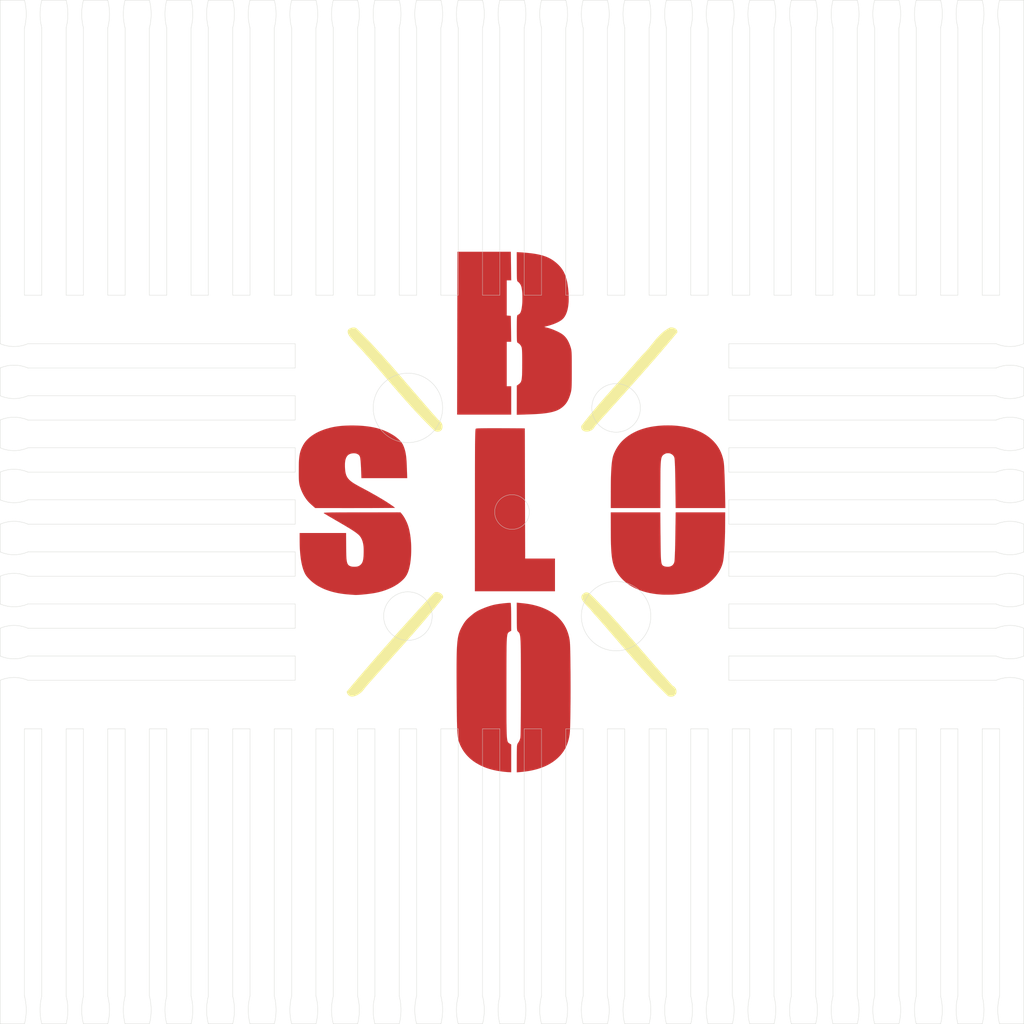
<source format=kicad_pcb>
(kicad_pcb (version 20221018) (generator pcbnew)
  (title_block (date "2023-10-10"))
  (layers (0 "F.Cu" signal) (31 "B.Cu" signal) (34 "B.Paste" user) (35 "F.Paste" user) (36 "B.SilkS" user "B.Silkscreen") (37 "F.SilkS" user "F.Silkscreen") (38 "B.Mask" user) (39 "F.Mask" user) (44 "Edge.Cuts" user))
  (net 0 "")
  (footprint "SloBloFP:SloBloLogo_123x150" (layer "F.Cu") (at 285 200)
    (fp_text reference "Ref**" hide)
    (fp_text value "Val**" hide)
  )
  (gr_line (start 420.5 137.5) (end 425.5 137.5) (stroke (width 0.1)) (layer "Edge.Cuts"))
  (gr_arc (start 228.5 52.5) (mid 229 57) (end 228.5 60.5) (stroke (width 0.1)) (layer "Edge.Cuts"))
  (gr_line (start 145.5 158.5) (end 222.5 158.5) (stroke (width 0.1)) (layer "Edge.Cuts"))
  (gr_line (start 432.5 173.5) (end 432.5 181.5) (stroke (width 0.1)) (layer "Edge.Cuts"))
  (gr_arc (start 432.5 226.5) (mid 428 227.3) (end 424.5 226.5) (stroke (width 0.1)) (layer "Edge.Cuts"))
  (gr_arc (start 144.5 339.5) (mid 145 343) (end 144.5 347.5) (stroke (width 0.1)) (layer "Edge.Cuts"))
  (gr_line (start 365.5 52.5) (end 372.5 52.5) (stroke (width 0.1)) (layer "Edge.Cuts"))
  (gr_arc (start 425.5 60.5) (mid 425 57) (end 425.5 52.5) (stroke (width 0.1)) (layer "Edge.Cuts"))
  (gr_line (start 222.5 188.5) (end 222.5 181.5) (stroke (width 0.1)) (layer "Edge.Cuts"))
  (gr_arc (start 317.5 60.5) (mid 317 57) (end 317.5 52.5) (stroke (width 0.1)) (layer "Edge.Cuts"))
  (gr_line (start 173.5 262.5) (end 168.5 262.5) (stroke (width 0.1)) (layer "Edge.Cuts"))
  (gr_arc (start 425.5 347.5) (mid 425 343) (end 425.5 339.5) (stroke (width 0.1)) (layer "Edge.Cuts"))
  (gr_line (start 317.5 52.5) (end 324.5 52.5) (stroke (width 0.1)) (layer "Edge.Cuts"))
  (gr_line (start 222.5 211.5) (end 145.5 211.5) (stroke (width 0.1)) (layer "Edge.Cuts"))
  (gr_line (start 348.5 60.5) (end 348.5 137.5) (stroke (width 0.1)) (layer "Edge.Cuts"))
  (gr_line (start 145.5 173.5) (end 222.5 173.5) (stroke (width 0.1)) (layer "Edge.Cuts"))
  (gr_line (start 396.5 60.5) (end 396.5 137.5) (stroke (width 0.1)) (layer "Edge.Cuts"))
  (gr_arc (start 269.5 60.5) (mid 269 57) (end 269.5 52.5) (stroke (width 0.1)) (layer "Edge.Cuts"))
  (gr_arc (start 336.5 52.5) (mid 337 57) (end 336.5 60.5) (stroke (width 0.1)) (layer "Edge.Cuts"))
  (gr_line (start 341.5 52.5) (end 348.5 52.5) (stroke (width 0.1)) (layer "Edge.Cuts"))
  (gr_line (start 377.5 339.5) (end 377.5 262.5) (stroke (width 0.1)) (layer "Edge.Cuts"))
  (gr_line (start 221.5 339.5) (end 221.5 262.5) (stroke (width 0.1)) (layer "Edge.Cuts"))
  (gr_line (start 341.5 262.5) (end 336.5 262.5) (stroke (width 0.1)) (layer "Edge.Cuts"))
  (gr_circle (center 285 200) (end 290 200) (stroke (width 0.1)) (fill none) (layer "Edge.Cuts"))
  (gr_line (start 240.5 137.5) (end 245.5 137.5) (stroke (width 0.1)) (layer "Edge.Cuts"))
  (gr_line (start 353.5 137.5) (end 353.5 60.5) (stroke (width 0.1)) (layer "Edge.Cuts"))
  (gr_arc (start 288.5 52.5) (mid 289 57) (end 288.5 60.5) (stroke (width 0.1)) (layer "Edge.Cuts"))
  (gr_arc (start 372.5 52.5) (mid 373 57) (end 372.5 60.5) (stroke (width 0.1)) (layer "Edge.Cuts"))
  (gr_arc (start 348.5 52.5) (mid 349 57) (end 348.5 60.5) (stroke (width 0.1)) (layer "Edge.Cuts"))
  (gr_arc (start 137.5 218.5) (mid 142 217.7) (end 145.5 218.5) (stroke (width 0.1)) (layer "Edge.Cuts"))
  (gr_arc (start 336.5 339.5) (mid 337 343) (end 336.5 347.5) (stroke (width 0.1)) (layer "Edge.Cuts"))
  (gr_line (start 209.5 137.5) (end 209.5 60.5) (stroke (width 0.1)) (layer "Edge.Cuts"))
  (gr_line (start 396.5 137.5) (end 401.5 137.5) (stroke (width 0.1)) (layer "Edge.Cuts"))
  (gr_line (start 144.5 137.5) (end 149.5 137.5) (stroke (width 0.1)) (layer "Edge.Cuts"))
  (gr_line (start 425.5 339.5) (end 425.5 262.5) (stroke (width 0.1)) (layer "Edge.Cuts"))
  (gr_arc (start 329.5 60.5) (mid 329 57) (end 329.5 52.5) (stroke (width 0.1)) (layer "Edge.Cuts"))
  (gr_line (start 336.5 262.5) (end 336.5 339.5) (stroke (width 0.1)) (layer "Edge.Cuts"))
  (gr_line (start 137.5 241.5) (end 137.5 233.5) (stroke (width 0.1)) (layer "Edge.Cuts"))
  (gr_arc (start 145.5 181.5) (mid 142 182.3) (end 137.5 181.5) (stroke (width 0.1)) (layer "Edge.Cuts"))
  (gr_line (start 372.5 262.5) (end 372.5 339.5) (stroke (width 0.1)) (layer "Edge.Cuts"))
  (gr_line (start 384.5 60.5) (end 384.5 137.5) (stroke (width 0.1)) (layer "Edge.Cuts"))
  (gr_line (start 264.5 347.5) (end 257.5 347.5) (stroke (width 0.1)) (layer "Edge.Cuts"))
  (gr_line (start 156.5 347.5) (end 149.5 347.5) (stroke (width 0.1)) (layer "Edge.Cuts"))
  (gr_line (start 317.5 137.5) (end 317.5 60.5) (stroke (width 0.1)) (layer "Edge.Cuts"))
  (gr_line (start 312.5 137.5) (end 317.5 137.5) (stroke (width 0.1)) (layer "Edge.Cuts"))
  (gr_arc (start 264.5 52.5) (mid 265 57) (end 264.5 60.5) (stroke (width 0.1)) (layer "Edge.Cuts"))
  (gr_line (start 156.5 262.5) (end 156.5 339.5) (stroke (width 0.1)) (layer "Edge.Cuts"))
  (gr_line (start 197.5 52.5) (end 204.5 52.5) (stroke (width 0.1)) (layer "Edge.Cuts"))
  (gr_line (start 222.5 248.5) (end 222.5 241.5) (stroke (width 0.1)) (layer "Edge.Cuts"))
  (gr_line (start 360.5 60.5) (end 360.5 137.5) (stroke (width 0.1)) (layer "Edge.Cuts"))
  (gr_arc (start 221.5 347.5) (mid 221 343) (end 221.5 339.5) (stroke (width 0.1)) (layer "Edge.Cuts"))
  (gr_arc (start 257.5 347.5) (mid 257 343) (end 257.5 339.5) (stroke (width 0.1)) (layer "Edge.Cuts"))
  (gr_line (start 324.5 60.5) (end 324.5 137.5) (stroke (width 0.1)) (layer "Edge.Cuts"))
  (gr_arc (start 432.5 211.5) (mid 428 212.3) (end 424.5 211.5) (stroke (width 0.1)) (layer "Edge.Cuts"))
  (gr_arc (start 216.5 52.5) (mid 217 57) (end 216.5 60.5) (stroke (width 0.1)) (layer "Edge.Cuts"))
  (gr_line (start 144.5 347.5) (end 137.5 347.5) (stroke (width 0.1)) (layer "Edge.Cuts"))
  (gr_line (start 222.5 166.5) (end 145.5 166.5) (stroke (width 0.1)) (layer "Edge.Cuts"))
  (gr_arc (start 348.5 339.5) (mid 349 343) (end 348.5 347.5) (stroke (width 0.1)) (layer "Edge.Cuts"))
  (gr_arc (start 145.5 211.5) (mid 142 212.3) (end 137.5 211.5) (stroke (width 0.1)) (layer "Edge.Cuts"))
  (gr_line (start 161.5 137.5) (end 161.5 60.5) (stroke (width 0.1)) (layer "Edge.Cuts"))
  (gr_arc (start 305.5 60.5) (mid 305 57) (end 305.5 52.5) (stroke (width 0.1)) (layer "Edge.Cuts"))
  (gr_line (start 252.5 60.5) (end 252.5 137.5) (stroke (width 0.1)) (layer "Edge.Cuts"))
  (gr_line (start 360.5 262.5) (end 360.5 339.5) (stroke (width 0.1)) (layer "Edge.Cuts"))
  (gr_arc (start 353.5 347.5) (mid 353 343) (end 353.5 339.5) (stroke (width 0.1)) (layer "Edge.Cuts"))
  (gr_line (start 425.5 262.5) (end 420.5 262.5) (stroke (width 0.1)) (layer "Edge.Cuts"))
  (gr_line (start 353.5 339.5) (end 353.5 262.5) (stroke (width 0.1)) (layer "Edge.Cuts"))
  (gr_line (start 192.5 137.5) (end 197.5 137.5) (stroke (width 0.1)) (layer "Edge.Cuts"))
  (gr_line (start 432.5 256.5) (end 432.5 347.5) (stroke (width 0.1)) (layer "Edge.Cuts"))
  (gr_line (start 216.5 60.5) (end 216.5 137.5) (stroke (width 0.1)) (layer "Edge.Cuts"))
  (gr_arc (start 384.5 52.5) (mid 385 57) (end 384.5 60.5) (stroke (width 0.1)) (layer "Edge.Cuts"))
  (gr_line (start 347.5 181.5) (end 347.5 188.5) (stroke (width 0.1)) (layer "Edge.Cuts"))
  (gr_arc (start 377.5 60.5) (mid 377 57) (end 377.5 52.5) (stroke (width 0.1)) (layer "Edge.Cuts"))
  (gr_line (start 222.5 233.5) (end 222.5 226.5) (stroke (width 0.1)) (layer "Edge.Cuts"))
  (gr_line (start 257.5 137.5) (end 257.5 60.5) (stroke (width 0.1)) (layer "Edge.Cuts"))
  (gr_line (start 408.5 60.5) (end 408.5 137.5) (stroke (width 0.1)) (layer "Edge.Cuts"))
  (gr_line (start 281.5 52.5) (end 288.5 52.5) (stroke (width 0.1)) (layer "Edge.Cuts"))
  (gr_line (start 413.5 137.5) (end 413.5 60.5) (stroke (width 0.1)) (layer "Edge.Cuts"))
  (gr_circle (center 315 170) (end 322 170) (stroke (width 0.1)) (fill none) (layer "Edge.Cuts"))
  (gr_arc (start 209.5 347.5) (mid 209 343) (end 209.5 339.5) (stroke (width 0.1)) (layer "Edge.Cuts"))
  (gr_line (start 264.5 137.5) (end 269.5 137.5) (stroke (width 0.1)) (layer "Edge.Cuts"))
  (gr_arc (start 389.5 347.5) (mid 389 343) (end 389.5 339.5) (stroke (width 0.1)) (layer "Edge.Cuts"))
  (gr_arc (start 424.5 248.5) (mid 428 247.7) (end 432.5 248.5) (stroke (width 0.1)) (layer "Edge.Cuts"))
  (gr_line (start 288.5 347.5) (end 281.5 347.5) (stroke (width 0.1)) (layer "Edge.Cuts"))
  (gr_line (start 240.5 262.5) (end 240.5 339.5) (stroke (width 0.1)) (layer "Edge.Cuts"))
  (gr_line (start 401.5 137.5) (end 401.5 60.5) (stroke (width 0.1)) (layer "Edge.Cuts"))
  (gr_line (start 365.5 137.5) (end 365.5 60.5) (stroke (width 0.1)) (layer "Edge.Cuts"))
  (gr_arc (start 156.5 339.5) (mid 157 343) (end 156.5 347.5) (stroke (width 0.1)) (layer "Edge.Cuts"))
  (gr_arc (start 432.5 151.5) (mid 428 152.3) (end 424.5 151.5) (stroke (width 0.1)) (layer "Edge.Cuts"))
  (gr_arc (start 424.5 188.5) (mid 428 187.7) (end 432.5 188.5) (stroke (width 0.1)) (layer "Edge.Cuts"))
  (gr_line (start 257.5 52.5) (end 264.5 52.5) (stroke (width 0.1)) (layer "Edge.Cuts"))
  (gr_arc (start 424.5 158.5) (mid 428 157.7) (end 432.5 158.5) (stroke (width 0.1)) (layer "Edge.Cuts"))
  (gr_line (start 281.5 339.5) (end 281.5 262.5) (stroke (width 0.1)) (layer "Edge.Cuts"))
  (gr_line (start 145.5 203.5) (end 222.5 203.5) (stroke (width 0.1)) (layer "Edge.Cuts"))
  (gr_line (start 145.5 188.5) (end 222.5 188.5) (stroke (width 0.1)) (layer "Edge.Cuts"))
  (gr_line (start 408.5 137.5) (end 413.5 137.5) (stroke (width 0.1)) (layer "Edge.Cuts"))
  (gr_line (start 347.5 173.5) (end 424.5 173.5) (stroke (width 0.1)) (layer "Edge.Cuts"))
  (gr_line (start 377.5 262.5) (end 372.5 262.5) (stroke (width 0.1)) (layer "Edge.Cuts"))
  (gr_line (start 222.5 226.5) (end 145.5 226.5) (stroke (width 0.1)) (layer "Edge.Cuts"))
  (gr_line (start 168.5 137.5) (end 173.5 137.5) (stroke (width 0.1)) (layer "Edge.Cuts"))
  (gr_arc (start 293.5 60.5) (mid 293 57) (end 293.5 52.5) (stroke (width 0.1)) (layer "Edge.Cuts"))
  (gr_line (start 377.5 52.5) (end 384.5 52.5) (stroke (width 0.1)) (layer "Edge.Cuts"))
  (gr_arc (start 329.5 347.5) (mid 329 343) (end 329.5 339.5) (stroke (width 0.1)) (layer "Edge.Cuts"))
  (gr_line (start 329.5 52.5) (end 336.5 52.5) (stroke (width 0.1)) (layer "Edge.Cuts"))
  (gr_line (start 145.5 248.5) (end 222.5 248.5) (stroke (width 0.1)) (layer "Edge.Cuts"))
  (gr_line (start 389.5 137.5) (end 389.5 60.5) (stroke (width 0.1)) (layer "Edge.Cuts"))
  (gr_line (start 209.5 52.5) (end 216.5 52.5) (stroke (width 0.1)) (layer "Edge.Cuts"))
  (gr_line (start 168.5 262.5) (end 168.5 339.5) (stroke (width 0.1)) (layer "Edge.Cuts"))
  (gr_arc (start 173.5 347.5) (mid 173 343) (end 173.5 339.5) (stroke (width 0.1)) (layer "Edge.Cuts"))
  (gr_line (start 305.5 262.5) (end 300.5 262.5) (stroke (width 0.1)) (layer "Edge.Cuts"))
  (gr_line (start 300.5 262.5) (end 300.5 339.5) (stroke (width 0.1)) (layer "Edge.Cuts"))
  (gr_line (start 300.5 137.5) (end 305.5 137.5) (stroke (width 0.1)) (layer "Edge.Cuts"))
  (gr_line (start 276.5 347.5) (end 269.5 347.5) (stroke (width 0.1)) (layer "Edge.Cuts"))
  (gr_arc (start 137.5 188.5) (mid 142 187.7) (end 145.5 188.5) (stroke (width 0.1)) (layer "Edge.Cuts"))
  (gr_line (start 432.5 158.5) (end 432.5 166.5) (stroke (width 0.1)) (layer "Edge.Cuts"))
  (gr_line (start 276.5 262.5) (end 276.5 339.5) (stroke (width 0.1)) (layer "Edge.Cuts"))
  (gr_line (start 173.5 52.5) (end 180.5 52.5) (stroke (width 0.1)) (layer "Edge.Cuts"))
  (gr_line (start 149.5 137.5) (end 149.5 60.5) (stroke (width 0.1)) (layer "Edge.Cuts"))
  (gr_line (start 293.5 52.5) (end 300.5 52.5) (stroke (width 0.1)) (layer "Edge.Cuts"))
  (gr_line (start 269.5 137.5) (end 269.5 60.5) (stroke (width 0.1)) (layer "Edge.Cuts"))
  (gr_line (start 365.5 262.5) (end 360.5 262.5) (stroke (width 0.1)) (layer "Edge.Cuts"))
  (gr_arc (start 276.5 52.5) (mid 277 57) (end 276.5 60.5) (stroke (width 0.1)) (layer "Edge.Cuts"))
  (gr_line (start 288.5 60.5) (end 288.5 137.5) (stroke (width 0.1)) (layer "Edge.Cuts"))
  (gr_arc (start 245.5 347.5) (mid 245 343) (end 245.5 339.5) (stroke (width 0.1)) (layer "Edge.Cuts"))
  (gr_line (start 145.5 218.5) (end 222.5 218.5) (stroke (width 0.1)) (layer "Edge.Cuts"))
  (gr_arc (start 145.5 151.5) (mid 142 152.3) (end 137.5 151.5) (stroke (width 0.1)) (layer "Edge.Cuts"))
  (gr_arc (start 384.5 339.5) (mid 385 343) (end 384.5 347.5) (stroke (width 0.1)) (layer "Edge.Cuts"))
  (gr_line (start 353.5 52.5) (end 360.5 52.5) (stroke (width 0.1)) (layer "Edge.Cuts"))
  (gr_line (start 149.5 52.5) (end 156.5 52.5) (stroke (width 0.1)) (layer "Edge.Cuts"))
  (gr_line (start 137.5 226.5) (end 137.5 218.5) (stroke (width 0.1)) (layer "Edge.Cuts"))
  (gr_line (start 216.5 347.5) (end 209.5 347.5) (stroke (width 0.1)) (layer "Edge.Cuts"))
  (gr_arc (start 281.5 347.5) (mid 281 343) (end 281.5 339.5) (stroke (width 0.1)) (layer "Edge.Cuts"))
  (gr_line (start 221.5 262.5) (end 216.5 262.5) (stroke (width 0.1)) (layer "Edge.Cuts"))
  (gr_line (start 360.5 137.5) (end 365.5 137.5) (stroke (width 0.1)) (layer "Edge.Cuts"))
  (gr_line (start 384.5 137.5) (end 389.5 137.5) (stroke (width 0.1)) (layer "Edge.Cuts"))
  (gr_arc (start 180.5 52.5) (mid 181 57) (end 180.5 60.5) (stroke (width 0.1)) (layer "Edge.Cuts"))
  (gr_arc (start 168.5 339.5) (mid 169 343) (end 168.5 347.5) (stroke (width 0.1)) (layer "Edge.Cuts"))
  (gr_line (start 173.5 339.5) (end 173.5 262.5) (stroke (width 0.1)) (layer "Edge.Cuts"))
  (gr_line (start 168.5 347.5) (end 161.5 347.5) (stroke (width 0.1)) (layer "Edge.Cuts"))
  (gr_line (start 424.5 211.5) (end 347.5 211.5) (stroke (width 0.1)) (layer "Edge.Cuts"))
  (gr_line (start 372.5 347.5) (end 365.5 347.5) (stroke (width 0.1)) (layer "Edge.Cuts"))
  (gr_line (start 300.5 60.5) (end 300.5 137.5) (stroke (width 0.1)) (layer "Edge.Cuts"))
  (gr_line (start 365.5 339.5) (end 365.5 262.5) (stroke (width 0.1)) (layer "Edge.Cuts"))
  (gr_arc (start 360.5 52.5) (mid 361 57) (end 360.5 60.5) (stroke (width 0.1)) (layer "Edge.Cuts"))
  (gr_arc (start 145.5 226.5) (mid 142 227.3) (end 137.5 226.5) (stroke (width 0.1)) (layer "Edge.Cuts"))
  (gr_line (start 156.5 137.5) (end 161.5 137.5) (stroke (width 0.1)) (layer "Edge.Cuts"))
  (gr_line (start 377.5 137.5) (end 377.5 60.5) (stroke (width 0.1)) (layer "Edge.Cuts"))
  (gr_arc (start 156.5 52.5) (mid 157 57) (end 156.5 60.5) (stroke (width 0.1)) (layer "Edge.Cuts"))
  (gr_line (start 257.5 339.5) (end 257.5 262.5) (stroke (width 0.1)) (layer "Edge.Cuts"))
  (gr_line (start 185.5 52.5) (end 192.5 52.5) (stroke (width 0.1)) (layer "Edge.Cuts"))
  (gr_arc (start 324.5 339.5) (mid 325 343) (end 324.5 347.5) (stroke (width 0.1)) (layer "Edge.Cuts"))
  (gr_line (start 424.5 241.5) (end 347.5 241.5) (stroke (width 0.1)) (layer "Edge.Cuts"))
  (gr_line (start 396.5 347.5) (end 389.5 347.5) (stroke (width 0.1)) (layer "Edge.Cuts"))
  (gr_arc (start 161.5 347.5) (mid 161 343) (end 161.5 339.5) (stroke (width 0.1)) (layer "Edge.Cuts"))
  (gr_arc (start 341.5 347.5) (mid 341 343) (end 341.5 339.5) (stroke (width 0.1)) (layer "Edge.Cuts"))
  (gr_arc (start 240.5 52.5) (mid 241 57) (end 240.5 60.5) (stroke (width 0.1)) (layer "Edge.Cuts"))
  (gr_line (start 185.5 262.5) (end 180.5 262.5) (stroke (width 0.1)) (layer "Edge.Cuts"))
  (gr_arc (start 180.5 339.5) (mid 181 343) (end 180.5 347.5) (stroke (width 0.1)) (layer "Edge.Cuts"))
  (gr_line (start 180.5 137.5) (end 185.5 137.5) (stroke (width 0.1)) (layer "Edge.Cuts"))
  (gr_line (start 420.5 60.5) (end 420.5 137.5) (stroke (width 0.1)) (layer "Edge.Cuts"))
  (gr_line (start 222.5 241.5) (end 145.5 241.5) (stroke (width 0.1)) (layer "Edge.Cuts"))
  (gr_arc (start 432.5 181.5) (mid 428 182.3) (end 424.5 181.5) (stroke (width 0.1)) (layer "Edge.Cuts"))
  (gr_arc (start 240.5 339.5) (mid 241 343) (end 240.5 347.5) (stroke (width 0.1)) (layer "Edge.Cuts"))
  (gr_arc (start 408.5 52.5) (mid 409 57) (end 408.5 60.5) (stroke (width 0.1)) (layer "Edge.Cuts"))
  (gr_arc (start 137.5 248.5) (mid 142 247.7) (end 145.5 248.5) (stroke (width 0.1)) (layer "Edge.Cuts"))
  (gr_line (start 240.5 60.5) (end 240.5 137.5) (stroke (width 0.1)) (layer "Edge.Cuts"))
  (gr_line (start 204.5 262.5) (end 204.5 339.5) (stroke (width 0.1)) (layer "Edge.Cuts"))
  (gr_arc (start 204.5 52.5) (mid 205 57) (end 204.5 60.5) (stroke (width 0.1)) (layer "Edge.Cuts"))
  (gr_line (start 222.5 196.5) (end 145.5 196.5) (stroke (width 0.1)) (layer "Edge.Cuts"))
  (gr_line (start 341.5 339.5) (end 341.5 262.5) (stroke (width 0.1)) (layer "Edge.Cuts"))
  (gr_line (start 216.5 262.5) (end 216.5 339.5) (stroke (width 0.1)) (layer "Edge.Cuts"))
  (gr_line (start 305.5 339.5) (end 305.5 262.5) (stroke (width 0.1)) (layer "Edge.Cuts"))
  (gr_arc (start 396.5 339.5) (mid 397 343) (end 396.5 347.5) (stroke (width 0.1)) (layer "Edge.Cuts"))
  (gr_line (start 257.5 262.5) (end 252.5 262.5) (stroke (width 0.1)) (layer "Edge.Cuts"))
  (gr_line (start 228.5 262.5) (end 228.5 339.5) (stroke (width 0.1)) (layer "Edge.Cuts"))
  (gr_line (start 305.5 137.5) (end 305.5 60.5) (stroke (width 0.1)) (layer "Edge.Cuts"))
  (gr_line (start 204.5 137.5) (end 209.5 137.5) (stroke (width 0.1)) (layer "Edge.Cuts"))
  (gr_line (start 197.5 137.5) (end 197.5 60.5) (stroke (width 0.1)) (layer "Edge.Cuts"))
  (gr_line (start 324.5 262.5) (end 324.5 339.5) (stroke (width 0.1)) (layer "Edge.Cuts"))
  (gr_line (start 149.5 262.5) (end 144.5 262.5) (stroke (width 0.1)) (layer "Edge.Cuts"))
  (gr_line (start 222.5 158.5) (end 222.5 151.5) (stroke (width 0.1)) (layer "Edge.Cuts"))
  (gr_arc (start 288.5 339.5) (mid 289 343) (end 288.5 347.5) (stroke (width 0.1)) (layer "Edge.Cuts"))
  (gr_line (start 347.5 218.5) (end 424.5 218.5) (stroke (width 0.1)) (layer "Edge.Cuts"))
  (gr_line (start 424.5 166.5) (end 347.5 166.5) (stroke (width 0.1)) (layer "Edge.Cuts"))
  (gr_line (start 329.5 262.5) (end 324.5 262.5) (stroke (width 0.1)) (layer "Edge.Cuts"))
  (gr_arc (start 252.5 339.5) (mid 253 343) (end 252.5 347.5) (stroke (width 0.1)) (layer "Edge.Cuts"))
  (gr_line (start 137.5 211.5) (end 137.5 203.5) (stroke (width 0.1)) (layer "Edge.Cuts"))
  (gr_line (start 192.5 60.5) (end 192.5 137.5) (stroke (width 0.1)) (layer "Edge.Cuts"))
  (gr_line (start 228.5 347.5) (end 221.5 347.5) (stroke (width 0.1)) (layer "Edge.Cuts"))
  (gr_arc (start 145.5 196.5) (mid 142 197.3) (end 137.5 196.5) (stroke (width 0.1)) (layer "Edge.Cuts"))
  (gr_line (start 408.5 347.5) (end 401.5 347.5) (stroke (width 0.1)) (layer "Edge.Cuts"))
  (gr_line (start 137.5 347.5) (end 137.5 248.5) (stroke (width 0.1)) (layer "Edge.Cuts"))
  (gr_line (start 348.5 347.5) (end 341.5 347.5) (stroke (width 0.1)) (layer "Edge.Cuts"))
  (gr_line (start 233.5 339.5) (end 233.5 262.5) (stroke (width 0.1)) (layer "Edge.Cuts"))
  (gr_arc (start 145.5 241.5) (mid 142 242.3) (end 137.5 241.5) (stroke (width 0.1)) (layer "Edge.Cuts"))
  (gr_arc (start 144.5 52.5) (mid 145 57) (end 144.5 60.5) (stroke (width 0.1)) (layer "Edge.Cuts"))
  (gr_arc (start 372.5 339.5) (mid 373 343) (end 372.5 347.5) (stroke (width 0.1)) (layer "Edge.Cuts"))
  (gr_line (start 228.5 60.5) (end 228.5 137.5) (stroke (width 0.1)) (layer "Edge.Cuts"))
  (gr_line (start 408.5 262.5) (end 408.5 339.5) (stroke (width 0.1)) (layer "Edge.Cuts"))
  (gr_arc (start 312.5 52.5) (mid 313 57) (end 312.5 60.5) (stroke (width 0.1)) (layer "Edge.Cuts"))
  (gr_arc (start 341.5 60.5) (mid 341 57) (end 341.5 52.5) (stroke (width 0.1)) (layer "Edge.Cuts"))
  (gr_arc (start 413.5 60.5) (mid 413 57) (end 413.5 52.5) (stroke (width 0.1)) (layer "Edge.Cuts"))
  (gr_line (start 424.5 181.5) (end 347.5 181.5) (stroke (width 0.1)) (layer "Edge.Cuts"))
  (gr_line (start 347.5 233.5) (end 424.5 233.5) (stroke (width 0.1)) (layer "Edge.Cuts"))
  (gr_circle (center 255 230) (end 248 230) (stroke (width 0.1)) (fill none) (layer "Edge.Cuts"))
  (gr_arc (start 233.5 60.5) (mid 233 57) (end 233.5 52.5) (stroke (width 0.1)) (layer "Edge.Cuts"))
  (gr_arc (start 245.5 60.5) (mid 245 57) (end 245.5 52.5) (stroke (width 0.1)) (layer "Edge.Cuts"))
  (gr_line (start 137.5 52.5) (end 144.5 52.5) (stroke (width 0.1)) (layer "Edge.Cuts"))
  (gr_line (start 360.5 347.5) (end 353.5 347.5) (stroke (width 0.1)) (layer "Edge.Cuts"))
  (gr_line (start 197.5 339.5) (end 197.5 262.5) (stroke (width 0.1)) (layer "Edge.Cuts"))
  (gr_line (start 281.5 262.5) (end 276.5 262.5) (stroke (width 0.1)) (layer "Edge.Cuts"))
  (gr_line (start 252.5 137.5) (end 257.5 137.5) (stroke (width 0.1)) (layer "Edge.Cuts"))
  (gr_line (start 420.5 262.5) (end 420.5 339.5) (stroke (width 0.1)) (layer "Edge.Cuts"))
  (gr_arc (start 432.5 241.5) (mid 428 242.3) (end 424.5 241.5) (stroke (width 0.1)) (layer "Edge.Cuts"))
  (gr_arc (start 204.5 339.5) (mid 205 343) (end 204.5 347.5) (stroke (width 0.1)) (layer "Edge.Cuts"))
  (gr_line (start 264.5 262.5) (end 264.5 339.5) (stroke (width 0.1)) (layer "Edge.Cuts"))
  (gr_line (start 312.5 60.5) (end 312.5 137.5) (stroke (width 0.1)) (layer "Edge.Cuts"))
  (gr_arc (start 185.5 347.5) (mid 185 343) (end 185.5 339.5) (stroke (width 0.1)) (layer "Edge.Cuts"))
  (gr_arc (start 420.5 339.5) (mid 421 343) (end 420.5 347.5) (stroke (width 0.1)) (layer "Edge.Cuts"))
  (gr_line (start 276.5 137.5) (end 281.5 137.5) (stroke (width 0.1)) (layer "Edge.Cuts"))
  (gr_line (start 252.5 262.5) (end 252.5 339.5) (stroke (width 0.1)) (layer "Edge.Cuts"))
  (gr_arc (start 252.5 52.5) (mid 253 57) (end 252.5 60.5) (stroke (width 0.1)) (layer "Edge.Cuts"))
  (gr_arc (start 137.5 233.5) (mid 142 232.7) (end 145.5 233.5) (stroke (width 0.1)) (layer "Edge.Cuts"))
  (gr_line (start 317.5 262.5) (end 312.5 262.5) (stroke (width 0.1)) (layer "Edge.Cuts"))
  (gr_arc (start 401.5 60.5) (mid 401 57) (end 401.5 52.5) (stroke (width 0.1)) (layer "Edge.Cuts"))
  (gr_arc (start 197.5 347.5) (mid 197 343) (end 197.5 339.5) (stroke (width 0.1)) (layer "Edge.Cuts"))
  (gr_circle (center 255 170) (end 265 170) (stroke (width 0.1)) (fill none) (layer "Edge.Cuts"))
  (gr_line (start 137.5 181.5) (end 137.5 173.5) (stroke (width 0.1)) (layer "Edge.Cuts"))
  (gr_line (start 245.5 262.5) (end 240.5 262.5) (stroke (width 0.1)) (layer "Edge.Cuts"))
  (gr_line (start 401.5 52.5) (end 408.5 52.5) (stroke (width 0.1)) (layer "Edge.Cuts"))
  (gr_line (start 424.5 226.5) (end 347.5 226.5) (stroke (width 0.1)) (layer "Edge.Cuts"))
  (gr_line (start 432.5 218.5) (end 432.5 226.5) (stroke (width 0.1)) (layer "Edge.Cuts"))
  (gr_line (start 269.5 339.5) (end 269.5 262.5) (stroke (width 0.1)) (layer "Edge.Cuts"))
  (gr_line (start 347.5 241.5) (end 347.5 248.5) (stroke (width 0.1)) (layer "Edge.Cuts"))
  (gr_line (start 347.5 151.5) (end 347.5 158.5) (stroke (width 0.1)) (layer "Edge.Cuts"))
  (gr_circle (center 315 230) (end 305 230) (stroke (width 0.1)) (fill none) (layer "Edge.Cuts"))
  (gr_line (start 372.5 137.5) (end 377.5 137.5) (stroke (width 0.1)) (layer "Edge.Cuts"))
  (gr_line (start 389.5 52.5) (end 396.5 52.5) (stroke (width 0.1)) (layer "Edge.Cuts"))
  (gr_arc (start 396.5 52.5) (mid 397 57) (end 396.5 60.5) (stroke (width 0.1)) (layer "Edge.Cuts"))
  (gr_line (start 197.5 262.5) (end 192.5 262.5) (stroke (width 0.1)) (layer "Edge.Cuts"))
  (gr_line (start 216.5 137.5) (end 221.5 137.5) (stroke (width 0.1)) (layer "Edge.Cuts"))
  (gr_line (start 209.5 339.5) (end 209.5 262.5) (stroke (width 0.1)) (layer "Edge.Cuts"))
  (gr_line (start 185.5 339.5) (end 185.5 262.5) (stroke (width 0.1)) (layer "Edge.Cuts"))
  (gr_arc (start 413.5 347.5) (mid 413 343) (end 413.5 339.5) (stroke (width 0.1)) (layer "Edge.Cuts"))
  (gr_line (start 317.5 339.5) (end 317.5 262.5) (stroke (width 0.1)) (layer "Edge.Cuts"))
  (gr_line (start 432.5 233.5) (end 432.5 241.5) (stroke (width 0.1)) (layer "Edge.Cuts"))
  (gr_line (start 281.5 137.5) (end 281.5 60.5) (stroke (width 0.1)) (layer "Edge.Cuts"))
  (gr_line (start 221.5 52.5) (end 228.5 52.5) (stroke (width 0.1)) (layer "Edge.Cuts"))
  (gr_line (start 424.5 196.5) (end 347.5 196.5) (stroke (width 0.1)) (layer "Edge.Cuts"))
  (gr_line (start 336.5 347.5) (end 329.5 347.5) (stroke (width 0.1)) (layer "Edge.Cuts"))
  (gr_arc (start 149.5 347.5) (mid 149 343) (end 149.5 339.5) (stroke (width 0.1)) (layer "Edge.Cuts"))
  (gr_arc (start 401.5 347.5) (mid 401 343) (end 401.5 339.5) (stroke (width 0.1)) (layer "Edge.Cuts"))
  (gr_arc (start 432.5 166.5) (mid 428 167.3) (end 424.5 166.5) (stroke (width 0.1)) (layer "Edge.Cuts"))
  (gr_line (start 222.5 181.5) (end 145.5 181.5) (stroke (width 0.1)) (layer "Edge.Cuts"))
  (gr_line (start 222.5 173.5) (end 222.5 166.5) (stroke (width 0.1)) (layer "Edge.Cuts"))
  (gr_arc (start 281.5 60.5) (mid 281 57) (end 281.5 52.5) (stroke (width 0.1)) (layer "Edge.Cuts"))
  (gr_line (start 300.5 347.5) (end 293.5 347.5) (stroke (width 0.1)) (layer "Edge.Cuts"))
  (gr_arc (start 149.5 60.5) (mid 149 57) (end 149.5 52.5) (stroke (width 0.1)) (layer "Edge.Cuts"))
  (gr_arc (start 233.5 347.5) (mid 233 343) (end 233.5 339.5) (stroke (width 0.1)) (layer "Edge.Cuts"))
  (gr_arc (start 257.5 60.5) (mid 257 57) (end 257.5 52.5) (stroke (width 0.1)) (layer "Edge.Cuts"))
  (gr_line (start 137.5 151.5) (end 137.5 143.5) (stroke (width 0.1)) (layer "Edge.Cuts"))
  (gr_arc (start 300.5 339.5) (mid 301 343) (end 300.5 347.5) (stroke (width 0.1)) (layer "Edge.Cuts"))
  (gr_line (start 245.5 52.5) (end 252.5 52.5) (stroke (width 0.1)) (layer "Edge.Cuts"))
  (gr_arc (start 276.5 339.5) (mid 277 343) (end 276.5 347.5) (stroke (width 0.1)) (layer "Edge.Cuts"))
  (gr_arc (start 137.5 173.5) (mid 142 172.7) (end 145.5 173.5) (stroke (width 0.1)) (layer "Edge.Cuts"))
  (gr_line (start 192.5 347.5) (end 185.5 347.5) (stroke (width 0.1)) (layer "Edge.Cuts"))
  (gr_arc (start 209.5 60.5) (mid 209 57) (end 209.5 52.5) (stroke (width 0.1)) (layer "Edge.Cuts"))
  (gr_arc (start 424.5 203.5) (mid 428 202.7) (end 432.5 203.5) (stroke (width 0.1)) (layer "Edge.Cuts"))
  (gr_arc (start 424.5 173.5) (mid 428 172.7) (end 432.5 173.5) (stroke (width 0.1)) (layer "Edge.Cuts"))
  (gr_arc (start 324.5 52.5) (mid 325 57) (end 324.5 60.5) (stroke (width 0.1)) (layer "Edge.Cuts"))
  (gr_line (start 348.5 137.5) (end 353.5 137.5) (stroke (width 0.1)) (layer "Edge.Cuts"))
  (gr_line (start 161.5 339.5) (end 161.5 262.5) (stroke (width 0.1)) (layer "Edge.Cuts"))
  (gr_line (start 288.5 262.5) (end 288.5 339.5) (stroke (width 0.1)) (layer "Edge.Cuts"))
  (gr_arc (start 377.5 347.5) (mid 377 343) (end 377.5 339.5) (stroke (width 0.1)) (layer "Edge.Cuts"))
  (gr_line (start 312.5 262.5) (end 312.5 339.5) (stroke (width 0.1)) (layer "Edge.Cuts"))
  (gr_arc (start 168.5 52.5) (mid 169 57) (end 168.5 60.5) (stroke (width 0.1)) (layer "Edge.Cuts"))
  (gr_line (start 269.5 262.5) (end 264.5 262.5) (stroke (width 0.1)) (layer "Edge.Cuts"))
  (gr_line (start 336.5 60.5) (end 336.5 137.5) (stroke (width 0.1)) (layer "Edge.Cuts"))
  (gr_line (start 347.5 203.5) (end 424.5 203.5) (stroke (width 0.1)) (layer "Edge.Cuts"))
  (gr_line (start 156.5 60.5) (end 156.5 137.5) (stroke (width 0.1)) (layer "Edge.Cuts"))
  (gr_arc (start 312.5 339.5) (mid 313 343) (end 312.5 347.5) (stroke (width 0.1)) (layer "Edge.Cuts"))
  (gr_line (start 144.5 262.5) (end 144.5 339.5) (stroke (width 0.1)) (layer "Edge.Cuts"))
  (gr_line (start 347.5 226.5) (end 347.5 233.5) (stroke (width 0.1)) (layer "Edge.Cuts"))
  (gr_arc (start 420.5 52.5) (mid 421 57) (end 420.5 60.5) (stroke (width 0.1)) (layer "Edge.Cuts"))
  (gr_line (start 145.5 233.5) (end 222.5 233.5) (stroke (width 0.1)) (layer "Edge.Cuts"))
  (gr_line (start 353.5 262.5) (end 348.5 262.5) (stroke (width 0.1)) (layer "Edge.Cuts"))
  (gr_line (start 221.5 137.5) (end 221.5 60.5) (stroke (width 0.1)) (layer "Edge.Cuts"))
  (gr_line (start 185.5 137.5) (end 185.5 60.5) (stroke (width 0.1)) (layer "Edge.Cuts"))
  (gr_arc (start 145.5 166.5) (mid 142 167.3) (end 137.5 166.5) (stroke (width 0.1)) (layer "Edge.Cuts"))
  (gr_arc (start 173.5 60.5) (mid 173 57) (end 173.5 52.5) (stroke (width 0.1)) (layer "Edge.Cuts"))
  (gr_line (start 329.5 137.5) (end 329.5 60.5) (stroke (width 0.1)) (layer "Edge.Cuts"))
  (gr_line (start 336.5 137.5) (end 341.5 137.5) (stroke (width 0.1)) (layer "Edge.Cuts"))
  (gr_line (start 137.5 143.5) (end 137.5 52.5) (stroke (width 0.1)) (layer "Edge.Cuts"))
  (gr_line (start 245.5 137.5) (end 245.5 60.5) (stroke (width 0.1)) (layer "Edge.Cuts"))
  (gr_line (start 425.5 137.5) (end 425.5 60.5) (stroke (width 0.1)) (layer "Edge.Cuts"))
  (gr_line (start 222.5 151.5) (end 145.5 151.5) (stroke (width 0.1)) (layer "Edge.Cuts"))
  (gr_line (start 222.5 218.5) (end 222.5 211.5) (stroke (width 0.1)) (layer "Edge.Cuts"))
  (gr_line (start 347.5 248.5) (end 424.5 248.5) (stroke (width 0.1)) (layer "Edge.Cuts"))
  (gr_arc (start 424.5 233.5) (mid 428 232.7) (end 432.5 233.5) (stroke (width 0.1)) (layer "Edge.Cuts"))
  (gr_line (start 137.5 196.5) (end 137.5 188.5) (stroke (width 0.1)) (layer "Edge.Cuts"))
  (gr_arc (start 197.5 60.5) (mid 197 57) (end 197.5 52.5) (stroke (width 0.1)) (layer "Edge.Cuts"))
  (gr_arc (start 192.5 52.5) (mid 193 57) (end 192.5 60.5) (stroke (width 0.1)) (layer "Edge.Cuts"))
  (gr_arc (start 137.5 158.5) (mid 142 157.7) (end 145.5 158.5) (stroke (width 0.1)) (layer "Edge.Cuts"))
  (gr_line (start 396.5 262.5) (end 396.5 339.5) (stroke (width 0.1)) (layer "Edge.Cuts"))
  (gr_line (start 401.5 262.5) (end 396.5 262.5) (stroke (width 0.1)) (layer "Edge.Cuts"))
  (gr_line (start 324.5 137.5) (end 329.5 137.5) (stroke (width 0.1)) (layer "Edge.Cuts"))
  (gr_line (start 233.5 137.5) (end 233.5 60.5) (stroke (width 0.1)) (layer "Edge.Cuts"))
  (gr_line (start 161.5 52.5) (end 168.5 52.5) (stroke (width 0.1)) (layer "Edge.Cuts"))
  (gr_arc (start 269.5 347.5) (mid 269 343) (end 269.5 339.5) (stroke (width 0.1)) (layer "Edge.Cuts"))
  (gr_line (start 347.5 158.5) (end 424.5 158.5) (stroke (width 0.1)) (layer "Edge.Cuts"))
  (gr_line (start 389.5 262.5) (end 384.5 262.5) (stroke (width 0.1)) (layer "Edge.Cuts"))
  (gr_line (start 348.5 262.5) (end 348.5 339.5) (stroke (width 0.1)) (layer "Edge.Cuts"))
  (gr_arc (start 408.5 339.5) (mid 409 343) (end 408.5 347.5) (stroke (width 0.1)) (layer "Edge.Cuts"))
  (gr_line (start 192.5 262.5) (end 192.5 339.5) (stroke (width 0.1)) (layer "Edge.Cuts"))
  (gr_line (start 161.5 262.5) (end 156.5 262.5) (stroke (width 0.1)) (layer "Edge.Cuts"))
  (gr_arc (start 300.5 52.5) (mid 301 57) (end 300.5 60.5) (stroke (width 0.1)) (layer "Edge.Cuts"))
  (gr_line (start 180.5 60.5) (end 180.5 137.5) (stroke (width 0.1)) (layer "Edge.Cuts"))
  (gr_arc (start 353.5 60.5) (mid 353 57) (end 353.5 52.5) (stroke (width 0.1)) (layer "Edge.Cuts"))
  (gr_line (start 432.5 188.5) (end 432.5 196.5) (stroke (width 0.1)) (layer "Edge.Cuts"))
  (gr_line (start 347.5 211.5) (end 347.5 218.5) (stroke (width 0.1)) (layer "Edge.Cuts"))
  (gr_arc (start 221.5 60.5) (mid 221 57) (end 221.5 52.5) (stroke (width 0.1)) (layer "Edge.Cuts"))
  (gr_line (start 425.5 52.5) (end 432.5 52.5) (stroke (width 0.1)) (layer "Edge.Cuts"))
  (gr_arc (start 185.5 60.5) (mid 185 57) (end 185.5 52.5) (stroke (width 0.1)) (layer "Edge.Cuts"))
  (gr_line (start 413.5 52.5) (end 420.5 52.5) (stroke (width 0.1)) (layer "Edge.Cuts"))
  (gr_line (start 413.5 339.5) (end 413.5 262.5) (stroke (width 0.1)) (layer "Edge.Cuts"))
  (gr_line (start 233.5 52.5) (end 240.5 52.5) (stroke (width 0.1)) (layer "Edge.Cuts"))
  (gr_arc (start 264.5 339.5) (mid 265 343) (end 264.5 347.5) (stroke (width 0.1)) (layer "Edge.Cuts"))
  (gr_line (start 240.5 347.5) (end 233.5 347.5) (stroke (width 0.1)) (layer "Edge.Cuts"))
  (gr_arc (start 305.5 347.5) (mid 305 343) (end 305.5 339.5) (stroke (width 0.1)) (layer "Edge.Cuts"))
  (gr_arc (start 365.5 347.5) (mid 365 343) (end 365.5 339.5) (stroke (width 0.1)) (layer "Edge.Cuts"))
  (gr_line (start 293.5 137.5) (end 293.5 60.5) (stroke (width 0.1)) (layer "Edge.Cuts"))
  (gr_arc (start 360.5 339.5) (mid 361 343) (end 360.5 347.5) (stroke (width 0.1)) (layer "Edge.Cuts"))
  (gr_line (start 149.5 339.5) (end 149.5 262.5) (stroke (width 0.1)) (layer "Edge.Cuts"))
  (gr_line (start 180.5 262.5) (end 180.5 339.5) (stroke (width 0.1)) (layer "Edge.Cuts"))
  (gr_line (start 288.5 137.5) (end 293.5 137.5) (stroke (width 0.1)) (layer "Edge.Cuts"))
  (gr_arc (start 192.5 339.5) (mid 193 343) (end 192.5 347.5) (stroke (width 0.1)) (layer "Edge.Cuts"))
  (gr_line (start 137.5 166.5) (end 137.5 158.5) (stroke (width 0.1)) (layer "Edge.Cuts"))
  (gr_line (start 180.5 347.5) (end 173.5 347.5) (stroke (width 0.1)) (layer "Edge.Cuts"))
  (gr_line (start 389.5 339.5) (end 389.5 262.5) (stroke (width 0.1)) (layer "Edge.Cuts"))
  (gr_line (start 264.5 60.5) (end 264.5 137.5) (stroke (width 0.1)) (layer "Edge.Cuts"))
  (gr_arc (start 365.5 60.5) (mid 365 57) (end 365.5 52.5) (stroke (width 0.1)) (layer "Edge.Cuts"))
  (gr_line (start 222.5 203.5) (end 222.5 196.5) (stroke (width 0.1)) (layer "Edge.Cuts"))
  (gr_line (start 293.5 339.5) (end 293.5 262.5) (stroke (width 0.1)) (layer "Edge.Cuts"))
  (gr_line (start 305.5 52.5) (end 312.5 52.5) (stroke (width 0.1)) (layer "Edge.Cuts"))
  (gr_line (start 347.5 196.5) (end 347.5 203.5) (stroke (width 0.1)) (layer "Edge.Cuts"))
  (gr_line (start 347.5 188.5) (end 424.5 188.5) (stroke (width 0.1)) (layer "Edge.Cuts"))
  (gr_arc (start 216.5 339.5) (mid 217 343) (end 216.5 347.5) (stroke (width 0.1)) (layer "Edge.Cuts"))
  (gr_line (start 209.5 262.5) (end 204.5 262.5) (stroke (width 0.1)) (layer "Edge.Cuts"))
  (gr_line (start 269.5 52.5) (end 276.5 52.5) (stroke (width 0.1)) (layer "Edge.Cuts"))
  (gr_line (start 413.5 262.5) (end 408.5 262.5) (stroke (width 0.1)) (layer "Edge.Cuts"))
  (gr_arc (start 137.5 203.5) (mid 142 202.7) (end 145.5 203.5) (stroke (width 0.1)) (layer "Edge.Cuts"))
  (gr_line (start 420.5 347.5) (end 413.5 347.5) (stroke (width 0.1)) (layer "Edge.Cuts"))
  (gr_line (start 173.5 137.5) (end 173.5 60.5) (stroke (width 0.1)) (layer "Edge.Cuts"))
  (gr_line (start 432.5 347.5) (end 425.5 347.5) (stroke (width 0.1)) (layer "Edge.Cuts"))
  (gr_line (start 228.5 137.5) (end 233.5 137.5) (stroke (width 0.1)) (layer "Edge.Cuts"))
  (gr_line (start 204.5 60.5) (end 204.5 137.5) (stroke (width 0.1)) (layer "Edge.Cuts"))
  (gr_arc (start 161.5 60.5) (mid 161 57) (end 161.5 52.5) (stroke (width 0.1)) (layer "Edge.Cuts"))
  (gr_line (start 341.5 137.5) (end 341.5 60.5) (stroke (width 0.1)) (layer "Edge.Cuts"))
  (gr_line (start 276.5 60.5) (end 276.5 137.5) (stroke (width 0.1)) (layer "Edge.Cuts"))
  (gr_line (start 401.5 339.5) (end 401.5 262.5) (stroke (width 0.1)) (layer "Edge.Cuts"))
  (gr_line (start 168.5 60.5) (end 168.5 137.5) (stroke (width 0.1)) (layer "Edge.Cuts"))
  (gr_line (start 233.5 262.5) (end 228.5 262.5) (stroke (width 0.1)) (layer "Edge.Cuts"))
  (gr_arc (start 424.5 218.5) (mid 428 217.7) (end 432.5 218.5) (stroke (width 0.1)) (layer "Edge.Cuts"))
  (gr_line (start 424.5 151.5) (end 347.5 151.5) (stroke (width 0.1)) (layer "Edge.Cuts"))
  (gr_line (start 372.5 60.5) (end 372.5 137.5) (stroke (width 0.1)) (layer "Edge.Cuts"))
  (gr_arc (start 228.5 339.5) (mid 229 343) (end 228.5 347.5) (stroke (width 0.1)) (layer "Edge.Cuts"))
  (gr_line (start 347.5 166.5) (end 347.5 173.5) (stroke (width 0.1)) (layer "Edge.Cuts"))
  (gr_line (start 432.5 52.5) (end 432.5 151.5) (stroke (width 0.1)) (layer "Edge.Cuts"))
  (gr_line (start 293.5 262.5) (end 288.5 262.5) (stroke (width 0.1)) (layer "Edge.Cuts"))
  (gr_line (start 245.5 339.5) (end 245.5 262.5) (stroke (width 0.1)) (layer "Edge.Cuts"))
  (gr_arc (start 432.5 196.5) (mid 428 197.3) (end 424.5 196.5) (stroke (width 0.1)) (layer "Edge.Cuts"))
  (gr_line (start 312.5 347.5) (end 305.5 347.5) (stroke (width 0.1)) (layer "Edge.Cuts"))
  (gr_arc (start 389.5 60.5) (mid 389 57) (end 389.5 52.5) (stroke (width 0.1)) (layer "Edge.Cuts"))
  (gr_arc (start 293.5 347.5) (mid 293 343) (end 293.5 339.5) (stroke (width 0.1)) (layer "Edge.Cuts"))
  (gr_line (start 144.5 60.5) (end 144.5 137.5) (stroke (width 0.1)) (layer "Edge.Cuts"))
  (gr_line (start 324.5 347.5) (end 317.5 347.5) (stroke (width 0.1)) (layer "Edge.Cuts"))
  (gr_line (start 329.5 339.5) (end 329.5 262.5) (stroke (width 0.1)) (layer "Edge.Cuts"))
  (gr_line (start 204.5 347.5) (end 197.5 347.5) (stroke (width 0.1)) (layer "Edge.Cuts"))
  (gr_line (start 384.5 347.5) (end 377.5 347.5) (stroke (width 0.1)) (layer "Edge.Cuts"))
  (gr_line (start 432.5 203.5) (end 432.5 211.5) (stroke (width 0.1)) (layer "Edge.Cuts"))
  (gr_line (start 432.5 248.5) (end 432.5 256.5) (stroke (width 0.1)) (layer "Edge.Cuts"))
  (gr_line (start 384.5 262.5) (end 384.5 339.5) (stroke (width 0.1)) (layer "Edge.Cuts"))
  (gr_arc (start 317.5 347.5) (mid 317 343) (end 317.5 339.5) (stroke (width 0.1)) (layer "Edge.Cuts"))
  (gr_line (start 252.5 347.5) (end 245.5 347.5) (stroke (width 0.1)) (layer "Edge.Cuts"))
)
</source>
